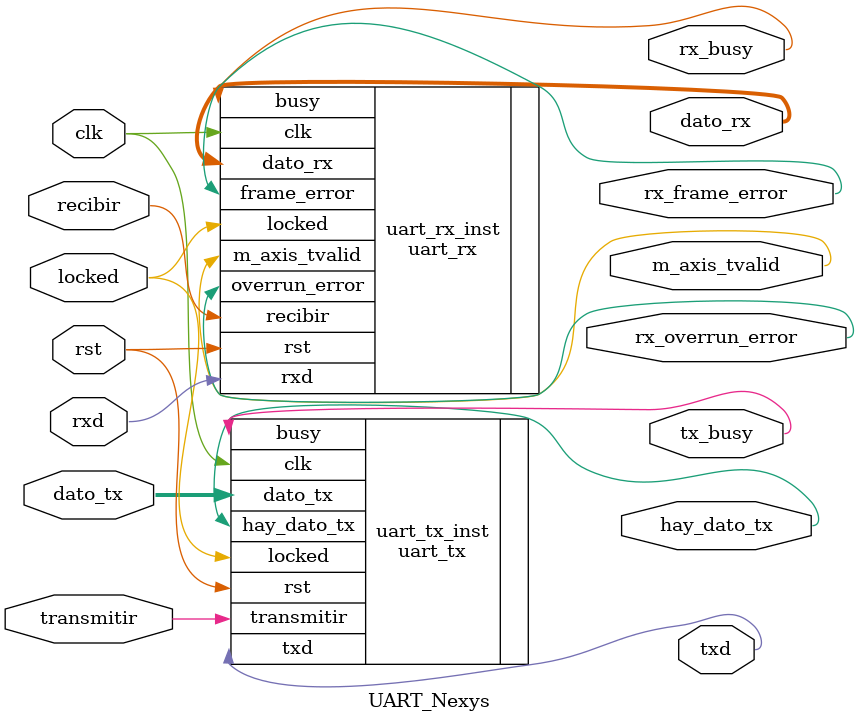
<source format=v>
`timescale 1ns / 1ps


module UART_Nexys #(parameter DATA_WIDTH = 8, parameter prescale=1303)(
    input  wire clk,
    input  wire rst,
    input wire locked,

    input  wire [DATA_WIDTH-1:0] dato_tx,
    output wire hay_dato_tx, //Se activa cuando hay un dato ingresado para enviar
    //Para pruebas usar un led
    input  wire transmitir, //En alto transmite el dato, para pruebas un boton

    output wire [DATA_WIDTH-1:0] dato_rx,
    output wire m_axis_tvalid,
    input  wire recibir,

    input  wire rxd,
    output wire txd,

    output wire tx_busy,
    output wire rx_busy,
    output wire rx_overrun_error,
    output wire rx_frame_error
    );
    
    

uart_tx #(
    .DATA_WIDTH(DATA_WIDTH), .prescale(prescale)
)
uart_tx_inst (
    .clk(clk),
    .rst(rst),
    .locked(locked),
    // axi input
    .dato_tx(dato_tx),
    .transmitir(transmitir),
    .hay_dato_tx(hay_dato_tx),
    // output
    .txd(txd),
    // status
    .busy(tx_busy)
);

uart_rx #(
    .DATA_WIDTH(DATA_WIDTH), .prescale(prescale)
)
uart_rx_inst (
    .clk(clk),
    .rst(rst),
    .locked(locked),
    // axi output
    .dato_rx(dato_rx),
    .m_axis_tvalid(m_axis_tvalid),
    .recibir(recibir),
    // input
    .rxd(rxd),
    // status
    .busy(rx_busy),
    .overrun_error(rx_overrun_error),
    .frame_error(rx_frame_error)
);
    
endmodule
</source>
